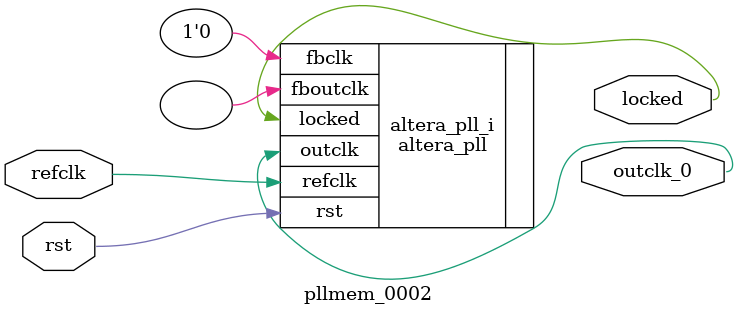
<source format=v>
`timescale 1ns/10ps
module  pllmem_0002(

	// interface 'refclk'
	input wire refclk,

	// interface 'reset'
	input wire rst,

	// interface 'outclk0'
	output wire outclk_0,

	// interface 'locked'
	output wire locked
);

	altera_pll #(
		.fractional_vco_multiplier("false"),
		.reference_clock_frequency("50.0 MHz"),
		.operation_mode("normal"),
		.number_of_clocks(1),
		.output_clock_frequency0("1.600000 MHz"),
		.phase_shift0("0 ps"),
		.duty_cycle0(50),
		.output_clock_frequency1("0 MHz"),
		.phase_shift1("0 ps"),
		.duty_cycle1(50),
		.output_clock_frequency2("0 MHz"),
		.phase_shift2("0 ps"),
		.duty_cycle2(50),
		.output_clock_frequency3("0 MHz"),
		.phase_shift3("0 ps"),
		.duty_cycle3(50),
		.output_clock_frequency4("0 MHz"),
		.phase_shift4("0 ps"),
		.duty_cycle4(50),
		.output_clock_frequency5("0 MHz"),
		.phase_shift5("0 ps"),
		.duty_cycle5(50),
		.output_clock_frequency6("0 MHz"),
		.phase_shift6("0 ps"),
		.duty_cycle6(50),
		.output_clock_frequency7("0 MHz"),
		.phase_shift7("0 ps"),
		.duty_cycle7(50),
		.output_clock_frequency8("0 MHz"),
		.phase_shift8("0 ps"),
		.duty_cycle8(50),
		.output_clock_frequency9("0 MHz"),
		.phase_shift9("0 ps"),
		.duty_cycle9(50),
		.output_clock_frequency10("0 MHz"),
		.phase_shift10("0 ps"),
		.duty_cycle10(50),
		.output_clock_frequency11("0 MHz"),
		.phase_shift11("0 ps"),
		.duty_cycle11(50),
		.output_clock_frequency12("0 MHz"),
		.phase_shift12("0 ps"),
		.duty_cycle12(50),
		.output_clock_frequency13("0 MHz"),
		.phase_shift13("0 ps"),
		.duty_cycle13(50),
		.output_clock_frequency14("0 MHz"),
		.phase_shift14("0 ps"),
		.duty_cycle14(50),
		.output_clock_frequency15("0 MHz"),
		.phase_shift15("0 ps"),
		.duty_cycle15(50),
		.output_clock_frequency16("0 MHz"),
		.phase_shift16("0 ps"),
		.duty_cycle16(50),
		.output_clock_frequency17("0 MHz"),
		.phase_shift17("0 ps"),
		.duty_cycle17(50),
		.pll_type("General"),
		.pll_subtype("General")
	) altera_pll_i (
		.rst	(rst),
		.outclk	({outclk_0}),
		.locked	(locked),
		.fboutclk	( ),
		.fbclk	(1'b0),
		.refclk	(refclk)
	);
endmodule


</source>
